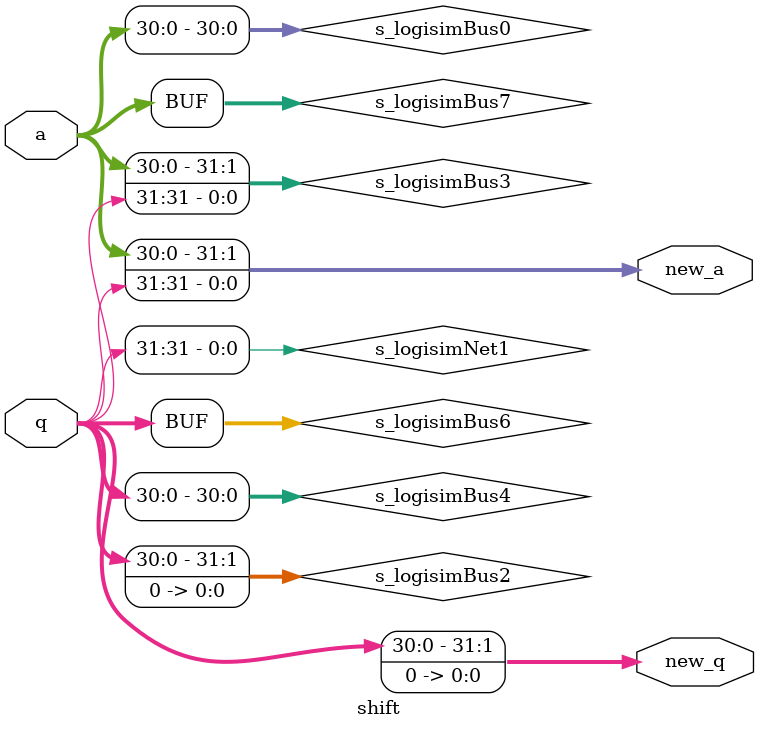
<source format=v>
/******************************************************************************
**
Logisim-evolution
goes
FPGA
automatic
generated
Verilog
code
**
**
https://github.com/logisim-evolution/
**
**
**
**
Component
:
shift
**
**
**
*****************************************************************************/
module
shift(
a,
new_a,
new_q,
q
);
/*******************************************************************************
**
The
inputs
are
defined
here
**
*******************************************************************************/
input
[31:0]
a;
input
[31:0]
q;
/*******************************************************************************
**
The
outputs
are
defined
here
**
*******************************************************************************/
output
[31:0]
new_a;
output
[31:0]
new_q;
/*******************************************************************************
**
The
wires
are
defined
here
**
*******************************************************************************/
wire
[30:0]
s_logisimBus0;
wire
[31:0]
s_logisimBus2;
wire
[31:0]
s_logisimBus3;
wire
[30:0]
s_logisimBus4;
wire
[31:0]
s_logisimBus6;
wire
[31:0]
s_logisimBus7;
wire
s_logisimNet1;
wire
s_logisimNet5;
/*******************************************************************************
**
The
module
functionality
is
described
here
**
*******************************************************************************/
/*******************************************************************************
**
Here
all
wiring
is
defined
**
*******************************************************************************/
assign
s_logisimBus0[0]
=
s_logisimBus7[0];
assign
s_logisimBus0[10]
=
s_logisimBus7[10];
assign
s_logisimBus0[11]
=
s_logisimBus7[11];
assign
s_logisimBus0[12]
=
s_logisimBus7[12];
assign
s_logisimBus0[13]
=
s_logisimBus7[13];
assign
s_logisimBus0[14]
=
s_logisimBus7[14];
assign
s_logisimBus0[15]
=
s_logisimBus7[15];
assign
s_logisimBus0[16]
=
s_logisimBus7[16];
assign
s_logisimBus0[17]
=
s_logisimBus7[17];
assign
s_logisimBus0[18]
=
s_logisimBus7[18];
assign
s_logisimBus0[19]
=
s_logisimBus7[19];
assign
s_logisimBus0[1]
=
s_logisimBus7[1];
assign
s_logisimBus0[20]
=
s_logisimBus7[20];
assign
s_logisimBus0[21]
=
s_logisimBus7[21];
assign
s_logisimBus0[22]
=
s_logisimBus7[22];
assign
s_logisimBus0[23]
=
s_logisimBus7[23];
assign
s_logisimBus0[24]
=
s_logisimBus7[24];
assign
s_logisimBus0[25]
=
s_logisimBus7[25];
assign
s_logisimBus0[26]
=
s_logisimBus7[26];
assign
s_logisimBus0[27]
=
s_logisimBus7[27];
assign
s_logisimBus0[28]
=
s_logisimBus7[28];
assign
s_logisimBus0[29]
=
s_logisimBus7[29];
assign
s_logisimBus0[2]
=
s_logisimBus7[2];
assign
s_logisimBus0[30]
=
s_logisimBus7[30];
assign
s_logisimBus0[3]
=
s_logisimBus7[3];
assign
s_logisimBus0[4]
=
s_logisimBus7[4];
assign
s_logisimBus0[5]
=
s_logisimBus7[5];
assign
s_logisimBus0[6]
=
s_logisimBus7[6];
assign
s_logisimBus0[7]
=
s_logisimBus7[7];
assign
s_logisimBus0[8]
=
s_logisimBus7[8];
assign
s_logisimBus0[9]
=
s_logisimBus7[9];
assign
s_logisimBus2[10]
=
s_logisimBus4[9];
assign
s_logisimBus2[11]
=
s_logisimBus4[10];
assign
s_logisimBus2[12]
=
s_logisimBus4[11];
assign
s_logisimBus2[13]
=
s_logisimBus4[12];
assign
s_logisimBus2[14]
=
s_logisimBus4[13];
assign
s_logisimBus2[15]
=
s_logisimBus4[14];
assign
s_logisimBus2[16]
=
s_logisimBus4[15];
assign
s_logisimBus2[17]
=
s_logisimBus4[16];
assign
s_logisimBus2[18]
=
s_logisimBus4[17];
assign
s_logisimBus2[19]
=
s_logisimBus4[18];
assign
s_logisimBus2[1]
=
s_logisimBus4[0];
assign
s_logisimBus2[20]
=
s_logisimBus4[19];
assign
s_logisimBus2[21]
=
s_logisimBus4[20];
assign
s_logisimBus2[22]
=
s_logisimBus4[21];
assign
s_logisimBus2[23]
=
s_logisimBus4[22];
assign
s_logisimBus2[24]
=
s_logisimBus4[23];
assign
s_logisimBus2[25]
=
s_logisimBus4[24];
assign
s_logisimBus2[26]
=
s_logisimBus4[25];
assign
s_logisimBus2[27]
=
s_logisimBus4[26];
assign
s_logisimBus2[28]
=
s_logisimBus4[27];
assign
s_logisimBus2[29]
=
s_logisimBus4[28];
assign
s_logisimBus2[2]
=
s_logisimBus4[1];
assign
s_logisimBus2[30]
=
s_logisimBus4[29];
assign
s_logisimBus2[31]
=
s_logisimBus4[30];
assign
s_logisimBus2[3]
=
s_logisimBus4[2];
assign
s_logisimBus2[4]
=
s_logisimBus4[3];
assign
s_logisimBus2[5]
=
s_logisimBus4[4];
assign
s_logisimBus2[6]
=
s_logisimBus4[5];
assign
s_logisimBus2[7]
=
s_logisimBus4[6];
assign
s_logisimBus2[8]
=
s_logisimBus4[7];
assign
s_logisimBus2[9]
=
s_logisimBus4[8];
assign
s_logisimBus3[0]
=
s_logisimNet1;
assign
s_logisimBus3[10]
=
s_logisimBus0[9];
assign
s_logisimBus3[11]
=
s_logisimBus0[10];
assign
s_logisimBus3[12]
=
s_logisimBus0[11];
assign
s_logisimBus3[13]
=
s_logisimBus0[12];
assign
s_logisimBus3[14]
=
s_logisimBus0[13];
assign
s_logisimBus3[15]
=
s_logisimBus0[14];
assign
s_logisimBus3[16]
=
s_logisimBus0[15];
assign
s_logisimBus3[17]
=
s_logisimBus0[16];
assign
s_logisimBus3[18]
=
s_logisimBus0[17];
assign
s_logisimBus3[19]
=
s_logisimBus0[18];
assign
s_logisimBus3[1]
=
s_logisimBus0[0];
assign
s_logisimBus3[20]
=
s_logisimBus0[19];
assign
s_logisimBus3[21]
=
s_logisimBus0[20];
assign
s_logisimBus3[22]
=
s_logisimBus0[21];
assign
s_logisimBus3[23]
=
s_logisimBus0[22];
assign
s_logisimBus3[24]
=
s_logisimBus0[23];
assign
s_logisimBus3[25]
=
s_logisimBus0[24];
assign
s_logisimBus3[26]
=
s_logisimBus0[25];
assign
s_logisimBus3[27]
=
s_logisimBus0[26];
assign
s_logisimBus3[28]
=
s_logisimBus0[27];
assign
s_logisimBus3[29]
=
s_logisimBus0[28];
assign
s_logisimBus3[2]
=
s_logisimBus0[1];
assign
s_logisimBus3[30]
=
s_logisimBus0[29];
assign
s_logisimBus3[31]
=
s_logisimBus0[30];
assign
s_logisimBus3[3]
=
s_logisimBus0[2];
assign
s_logisimBus3[4]
=
s_logisimBus0[3];
assign
s_logisimBus3[5]
=
s_logisimBus0[4];
assign
s_logisimBus3[6]
=
s_logisimBus0[5];
assign
s_logisimBus3[7]
=
s_logisimBus0[6];
assign
s_logisimBus3[8]
=
s_logisimBus0[7];
assign
s_logisimBus3[9]
=
s_logisimBus0[8];
assign
s_logisimBus4[0]
=
s_logisimBus6[0];
assign
s_logisimBus4[10]
=
s_logisimBus6[10];
assign
s_logisimBus4[11]
=
s_logisimBus6[11];
assign
s_logisimBus4[12]
=
s_logisimBus6[12];
assign
s_logisimBus4[13]
=
s_logisimBus6[13];
assign
s_logisimBus4[14]
=
s_logisimBus6[14];
assign
s_logisimBus4[15]
=
s_logisimBus6[15];
assign
s_logisimBus4[16]
=
s_logisimBus6[16];
assign
s_logisimBus4[17]
=
s_logisimBus6[17];
assign
s_logisimBus4[18]
=
s_logisimBus6[18];
assign
s_logisimBus4[19]
=
s_logisimBus6[19];
assign
s_logisimBus4[1]
=
s_logisimBus6[1];
assign
s_logisimBus4[20]
=
s_logisimBus6[20];
assign
s_logisimBus4[21]
=
s_logisimBus6[21];
assign
s_logisimBus4[22]
=
s_logisimBus6[22];
assign
s_logisimBus4[23]
=
s_logisimBus6[23];
assign
s_logisimBus4[24]
=
s_logisimBus6[24];
assign
s_logisimBus4[25]
=
s_logisimBus6[25];
assign
s_logisimBus4[26]
=
s_logisimBus6[26];
assign
s_logisimBus4[27]
=
s_logisimBus6[27];
assign
s_logisimBus4[28]
=
s_logisimBus6[28];
assign
s_logisimBus4[29]
=
s_logisimBus6[29];
assign
s_logisimBus4[2]
=
s_logisimBus6[2];
assign
s_logisimBus4[30]
=
s_logisimBus6[30];
assign
s_logisimBus4[3]
=
s_logisimBus6[3];
assign
s_logisimBus4[4]
=
s_logisimBus6[4];
assign
s_logisimBus4[5]
=
s_logisimBus6[5];
assign
s_logisimBus4[6]
=
s_logisimBus6[6];
assign
s_logisimBus4[7]
=
s_logisimBus6[7];
assign
s_logisimBus4[8]
=
s_logisimBus6[8];
assign
s_logisimBus4[9]
=
s_logisimBus6[9];
assign
s_logisimNet1
=
s_logisimBus6[31];
/*******************************************************************************
**
Here
all
input
connections
are
defined
**
*******************************************************************************/
assign
s_logisimBus6[31:0]
=
q;
assign
s_logisimBus7[31:0]
=
a;
/*******************************************************************************
**
Here
all
output
connections
are
defined
**
*******************************************************************************/
assign
new_a
=
s_logisimBus3[31:0];
assign
new_q
=
s_logisimBus2[31:0];
/*******************************************************************************
**
Here
all
in-lined
components
are
defined
**
*******************************************************************************/
assign
s_logisimBus2[0]
=
1'b0;
endmodule
</source>
